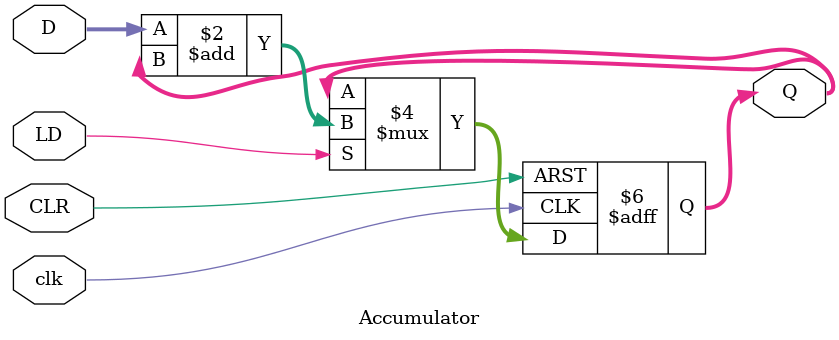
<source format=sv>
`timescale 1ns / 1ps


module Accumulator(
    input clk, LD, CLR,
    input [4:0] D,
    output logic [4:0] Q
    );
    
    always_ff @ (posedge clk, posedge CLR)
    begin
        if (CLR)
            Q = 0;
        else if (LD)
            Q = D + Q;
         
    
    end
endmodule

</source>
